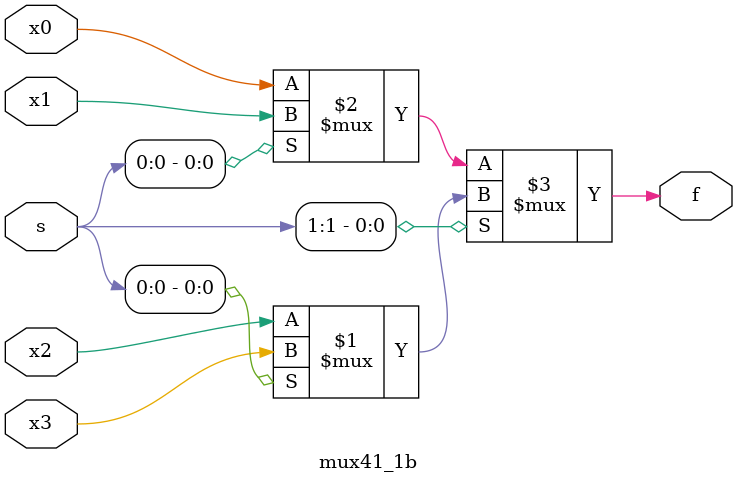
<source format=v>
module mux41_1b(
	input			x0, 
	input			x1, 
	input			x2, 
	input			x3, 
	input		[1:0]s,
	output		f
);

assign f = s[1] ? (s[0] ? x3 : x2) : (s[0] ? x1 : x0);

endmodule

		  

</source>
